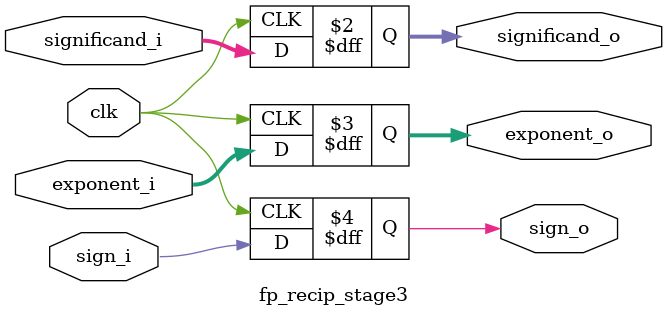
<source format=v>


module fp_recip_stage3
	#(parameter EXPONENT_WIDTH = 8, 
	parameter SIGNIFICAND_WIDTH = 23,
	parameter TOTAL_WIDTH = 1 + EXPONENT_WIDTH + SIGNIFICAND_WIDTH)

	(input								clk,
	input [SIGNIFICAND_WIDTH - 1:0]		significand_i,
	input [EXPONENT_WIDTH - 1:0]		exponent_i,
	input								sign_i,
	output reg[SIGNIFICAND_WIDTH - 1:0]	significand_o,
	output reg[EXPONENT_WIDTH - 1:0]	exponent_o,
	output reg							sign_o);

	always @(posedge clk)
	begin
		significand_o 			<= significand_i;
		exponent_o 				<= exponent_i;	
		sign_o 					<= sign_i;
	end

endmodule

</source>
